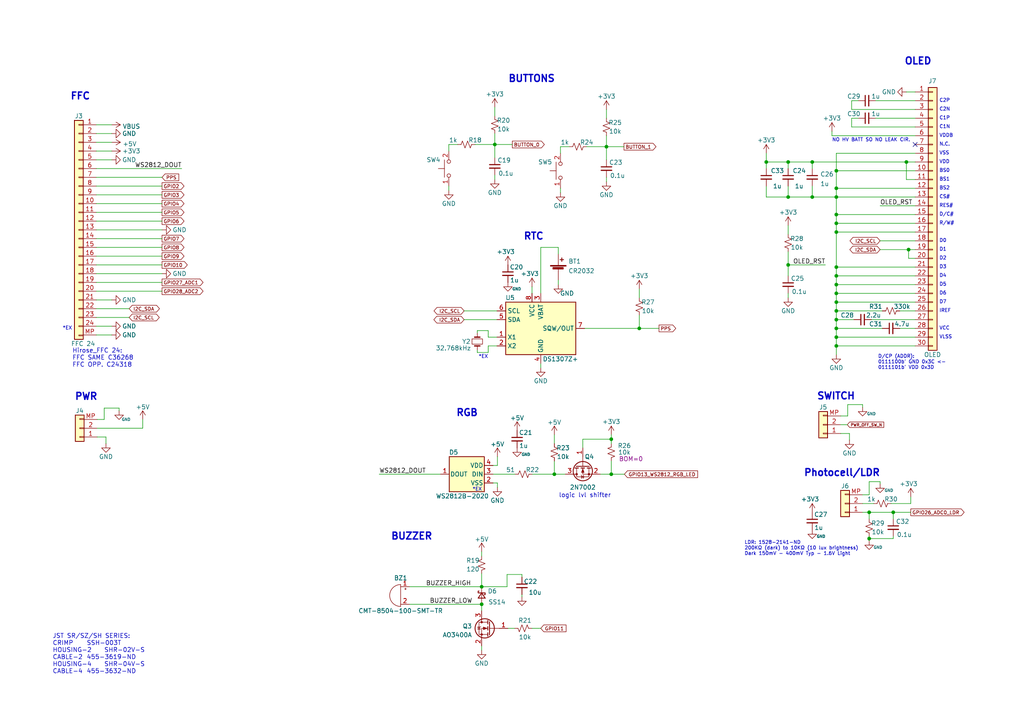
<source format=kicad_sch>
(kicad_sch (version 20230121) (generator eeschema)
  (paper "A4")
  (title_block (title "CONNS & PERIPHERALS"))
  (lib_symbols
    (symbol "Conn_01x02_1" (pin_names (offset 1.016) hide)
      (property "Reference" "J4" (at 0 5.08 0))
      (property "Value" "5V" (at 0 -3.175 0))
      (symbol "Conn_01x02_1_1_1"
        (pin passive line (at -5.08 0 0) (length 3.81) (name "Pin_1") (number "1"))
        (pin passive line (at -5.08 -2.54 0) (length 3.81) (name "Pin_2") (number "2"))
        (pin passive line (at -5.08 -5.08 0) (length 3.81) (name "Mounting_Point") (number "MP"))
      )
    )
    (symbol "Connector_Generic:Conn_01x24" (pin_names (offset 1.016) hide)
      (property "Reference" "J3" (at 0 30.48 0))
      (property "Value" "FFC 24" (at -1.27 -35.56 0))
      (symbol "Conn_01x24_1_1"
        (pin passive line (at -5.08 27.94 0) (length 3.81) (name "Pin_1") (number "1"))
        (pin passive line (at -5.08 5.08 0) (length 3.81) (name "Pin_10") (number "10"))
        (pin passive line (at -5.08 2.54 0) (length 3.81) (name "Pin_11") (number "11"))
        (pin passive line (at -5.08 0 0) (length 3.81) (name "Pin_12") (number "12"))
        (pin passive line (at -5.08 -2.54 0) (length 3.81) (name "Pin_13") (number "13"))
        (pin passive line (at -5.08 -5.08 0) (length 3.81) (name "Pin_14") (number "14"))
        (pin passive line (at -5.08 -7.62 0) (length 3.81) (name "Pin_15") (number "15"))
        (pin passive line (at -5.08 -10.16 0) (length 3.81) (name "Pin_16") (number "16"))
        (pin passive line (at -5.08 -12.7 0) (length 3.81) (name "Pin_17") (number "17"))
        (pin passive line (at -5.08 -15.24 0) (length 3.81) (name "Pin_18") (number "18"))
        (pin passive line (at -5.08 -17.78 0) (length 3.81) (name "Pin_19") (number "19"))
        (pin passive line (at -5.08 25.4 0) (length 3.81) (name "Pin_2") (number "2"))
        (pin passive line (at -5.08 -20.32 0) (length 3.81) (name "Pin_20") (number "20"))
        (pin passive line (at -5.08 -22.86 0) (length 3.81) (name "Pin_21") (number "21"))
        (pin passive line (at -5.08 -25.4 0) (length 3.81) (name "Pin_22") (number "22"))
        (pin passive line (at -5.08 -27.94 0) (length 3.81) (name "Pin_23") (number "23"))
        (pin passive line (at -5.08 -30.48 0) (length 3.81) (name "Pin_24") (number "24"))
        (pin passive line (at -5.08 22.86 0) (length 3.81) (name "Pin_3") (number "3"))
        (pin passive line (at -5.08 20.32 0) (length 3.81) (name "Pin_4") (number "4"))
        (pin passive line (at -5.08 17.78 0) (length 3.81) (name "Pin_5") (number "5"))
        (pin passive line (at -5.08 15.24 0) (length 3.81) (name "Pin_6") (number "6"))
        (pin passive line (at -5.08 12.7 0) (length 3.81) (name "Pin_7") (number "7"))
        (pin passive line (at -5.08 10.16 0) (length 3.81) (name "Pin_8") (number "8"))
        (pin passive line (at -5.08 7.62 0) (length 3.81) (name "Pin_9") (number "9"))
        (pin passive line (at -5.08 -33.02 0) (length 3.81) (name "MountingPoint") (number "MP"))
      )
    )
    (symbol "Connector_Generic:Conn_01x30" (pin_names (offset 1.016) hide)
      (property "Reference" "J" (at 0 38.1 0))
      (property "Value" "Conn_01x30" (at 0 -40.64 0))
      (symbol "Conn_01x30_1_1"
        (pin passive line (at -5.08 35.56 0) (length 3.81) (name "Pin_1") (number "1"))
        (pin passive line (at -5.08 12.7 0) (length 3.81) (name "Pin_10") (number "10"))
        (pin passive line (at -5.08 10.16 0) (length 3.81) (name "Pin_11") (number "11"))
        (pin passive line (at -5.08 7.62 0) (length 3.81) (name "Pin_12") (number "12"))
        (pin passive line (at -5.08 5.08 0) (length 3.81) (name "Pin_13") (number "13"))
        (pin passive line (at -5.08 2.54 0) (length 3.81) (name "Pin_14") (number "14"))
        (pin passive line (at -5.08 0 0) (length 3.81) (name "Pin_15") (number "15"))
        (pin passive line (at -5.08 -2.54 0) (length 3.81) (name "Pin_16") (number "16"))
        (pin passive line (at -5.08 -5.08 0) (length 3.81) (name "Pin_17") (number "17"))
        (pin passive line (at -5.08 -7.62 0) (length 3.81) (name "Pin_18") (number "18"))
        (pin passive line (at -5.08 -10.16 0) (length 3.81) (name "Pin_19") (number "19"))
        (pin passive line (at -5.08 33.02 0) (length 3.81) (name "Pin_2") (number "2"))
        (pin passive line (at -5.08 -12.7 0) (length 3.81) (name "Pin_20") (number "20"))
        (pin passive line (at -5.08 -15.24 0) (length 3.81) (name "Pin_21") (number "21"))
        (pin passive line (at -5.08 -17.78 0) (length 3.81) (name "Pin_22") (number "22"))
        (pin passive line (at -5.08 -20.32 0) (length 3.81) (name "Pin_23") (number "23"))
        (pin passive line (at -5.08 -22.86 0) (length 3.81) (name "Pin_24") (number "24"))
        (pin passive line (at -5.08 -25.4 0) (length 3.81) (name "Pin_25") (number "25"))
        (pin passive line (at -5.08 -27.94 0) (length 3.81) (name "Pin_26") (number "26"))
        (pin passive line (at -5.08 -30.48 0) (length 3.81) (name "Pin_27") (number "27"))
        (pin passive line (at -5.08 -33.02 0) (length 3.81) (name "Pin_28") (number "28"))
        (pin passive line (at -5.08 -35.56 0) (length 3.81) (name "Pin_29") (number "29"))
        (pin passive line (at -5.08 30.48 0) (length 3.81) (name "Pin_3") (number "3"))
        (pin passive line (at -5.08 -38.1 0) (length 3.81) (name "Pin_30") (number "30"))
        (pin passive line (at -5.08 27.94 0) (length 3.81) (name "Pin_4") (number "4"))
        (pin passive line (at -5.08 25.4 0) (length 3.81) (name "Pin_5") (number "5"))
        (pin passive line (at -5.08 22.86 0) (length 3.81) (name "Pin_6") (number "6"))
        (pin passive line (at -5.08 20.32 0) (length 3.81) (name "Pin_7") (number "7"))
        (pin passive line (at -5.08 17.78 0) (length 3.81) (name "Pin_8") (number "8"))
        (pin passive line (at -5.08 15.24 0) (length 3.81) (name "Pin_9") (number "9"))
      )
    )
    (symbol "Device:Battery_Cell" (pin_numbers hide) (pin_names (offset 0) hide)
      (property "Reference" "BT" (at 2.54 2.54 0))
      (property "Value" "Battery_Cell" (at 2.54 0 0))
      (symbol "Battery_Cell_1_1"
        (pin passive line (at 0 5.08 270) (length 2.54) (name "+") (number "1"))
        (pin passive line (at 0 -2.54 90) (length 2.54) (name "-") (number "2"))
      )
    )
    (symbol "Device:C_Small" (pin_numbers hide) (pin_names (offset 0.254) hide)
      (property "Reference" "C" (at 0.254 1.778 0))
      (property "Value" "C_Small" (at 0.254 -2.032 0))
      (symbol "C_Small_1_1"
        (pin passive line (at 0 2.54 270) (length 2.032) (name "~") (number "1"))
        (pin passive line (at 0 -2.54 90) (length 2.032) (name "~") (number "2"))
      )
    )
    (symbol "Device:Crystal_Small" (pin_numbers hide) (pin_names (offset 1.016) hide)
      (property "Reference" "Y" (at 0 2.54 0))
      (property "Value" "Crystal_Small" (at 0 -2.54 0))
      (symbol "Crystal_Small_1_1"
        (pin passive line (at -2.54 0 0) (length 1.27) (name "1") (number "1"))
        (pin passive line (at 2.54 0 180) (length 1.27) (name "2") (number "2"))
      )
    )
    (symbol "Device:D_Schottky_Small" (pin_numbers hide) (pin_names (offset 0.254) hide)
      (property "Reference" "D" (at -1.27 2.032 0))
      (property "Value" "D_Schottky_Small" (at -7.112 -2.032 0))
      (symbol "D_Schottky_Small_1_1"
        (pin passive line (at -2.54 0 0) (length 1.778) (name "K") (number "1"))
        (pin passive line (at 2.54 0 180) (length 1.778) (name "A") (number "2"))
      )
    )
    (symbol "Device:R_Small_US" (pin_numbers hide) (pin_names (offset 0.254) hide)
      (property "Reference" "R" (at 0.762 0.508 0))
      (property "Value" "R_Small_US" (at 0.762 -1.016 0))
      (symbol "R_Small_US_1_1"
        (pin passive line (at 0 2.54 270) (length 1.016) (name "~") (number "1"))
        (pin passive line (at 0 -2.54 90) (length 1.016) (name "~") (number "2"))
      )
    )
    (symbol "LED_Extra:WS2812B-2020" (pin_names (offset 0.254))
      (property "Reference" "D" (at 5.08 5.715 0))
      (property "Value" "WS2812B-2020" (at 1.27 -5.715 0))
      (symbol "WS2812B-2020_1_1"
        (pin output line (at 7.62 0 180) (length 2.54) (name "DOUT") (number "1"))
        (pin power_in line (at -7.62 -2.54 0) (length 2.54) (name "VSS") (number "2"))
        (pin input line (at -7.62 0 0) (length 2.54) (name "DIN") (number "3"))
        (pin power_in line (at -7.62 2.54 0) (length 2.54) (name "VDD") (number "4"))
      )
    )
    (symbol "Switch:SW_Push" (pin_names (offset 1.016) hide)
      (property "Reference" "SW" (at 1.27 2.54 0))
      (property "Value" "SW_Push" (at 0 -1.524 0))
      (symbol "SW_Push_0_1"
        (pin passive line (at -5.08 0 0) (length 2.54) (name "1") (number "1"))
        (pin passive line (at 5.08 0 180) (length 2.54) (name "2") (number "2"))
      )
    )
    (symbol "Timer_RTC:DS1307Z+"
      (property "Reference" "U" (at -8.89 8.89 0))
      (property "Value" "DS1307Z+" (at 1.27 8.89 0))
      (symbol "DS1307Z+_1_1"
        (pin input line (at -12.7 -2.54 0) (length 2.54) (name "X1") (number "1"))
        (pin input line (at -12.7 -5.08 0) (length 2.54) (name "X2") (number "2"))
        (pin power_in line (at 0 10.16 270) (length 2.54) (name "VBAT") (number "3"))
        (pin power_in line (at 0 -10.16 90) (length 2.54) (name "GND") (number "4"))
        (pin bidirectional line (at -12.7 2.54 0) (length 2.54) (name "SDA") (number "5"))
        (pin input line (at -12.7 5.08 0) (length 2.54) (name "SCL") (number "6"))
        (pin open_collector line (at 12.7 0 180) (length 2.54) (name "SQW/OUT") (number "7"))
        (pin power_in line (at -2.54 10.16 270) (length 2.54) (name "VCC") (number "8"))
      )
    )
    (symbol "Transistor_FET:2N7002" (pin_names hide)
      (property "Reference" "Q" (at 5.08 1.905 0))
      (property "Value" "2N7002" (at 5.08 0 0))
      (symbol "2N7002_1_1"
        (pin input line (at -5.08 0 0) (length 2.54) (name "G") (number "1"))
        (pin passive line (at 2.54 -5.08 90) (length 2.54) (name "S") (number "2"))
        (pin passive line (at 2.54 5.08 270) (length 2.54) (name "D") (number "3"))
      )
    )
    (symbol "Transistor_FET:AO3400A" (pin_names hide)
      (property "Reference" "Q" (at 5.08 1.905 0))
      (property "Value" "AO3400A" (at 5.08 0 0))
      (symbol "AO3400A_1_1"
        (pin input line (at -5.08 0 0) (length 2.54) (name "G") (number "1"))
        (pin passive line (at 2.54 -5.08 90) (length 2.54) (name "S") (number "2"))
        (pin passive line (at 2.54 5.08 270) (length 2.54) (name "D") (number "3"))
      )
    )
    (symbol "power:+3V3" (power) (pin_names (offset 0))
      (property "Value" "+3V3" (at 0 3.556 0))
      (symbol "+3V3_1_1"
        (pin power_in line (at 0 0 90) (length 0) hide (name "+3V3") (number "1"))
      )
    )
    (symbol "power:+5V" (power) (pin_names (offset 0))
      (property "Value" "+5V" (at 0 3.556 0))
      (symbol "+5V_1_1"
        (pin power_in line (at 0 0 90) (length 0) hide (name "+5V") (number "1"))
      )
    )
    (symbol "power:GND" (power) (pin_names (offset 0))
      (property "Value" "GND" (at 0 -3.81 0))
      (symbol "GND_1_1"
        (pin power_in line (at 0 0 270) (length 0) hide (name "GND") (number "1"))
      )
    )
    (symbol "power:VBUS" (power) (pin_names (offset 0))
      (property "Value" "VBUS" (at 0 3.81 0))
      (symbol "VBUS_1_1"
        (pin power_in line (at 0 0 90) (length 0) hide (name "VBUS") (number "1"))
      )
    )
    (symbol "stride_symbols:Buzzer_CMT-8504-100-SMT-TR" (pin_names (offset 0.0254) hide)
      (property "Reference" "BZ1" (at 0 5.08 0))
      (property "Value" "CMT-8504-100-SMT-TR" (at 0 -4.445 0))
      (symbol "Buzzer_CMT-8504-100-SMT-TR_1_1"
        (pin passive line (at -2.54 2.54 0) (length 2.54) (name "-") (number "1"))
        (pin passive line (at -2.54 -2.54 0) (length 2.54) (name "+") (number "2"))
        (pin passive line (at -2.54 -2.54 0) (length 2.54) hide (name "DUMMY1") (number "3"))
        (pin passive line (at -2.54 -2.54 0) (length 2.54) hide (name "DUMMY2") (number "4"))
      )
    )
  )
  (junction (at 242.57 97.79))
  (junction (at 139.7 170.18))
  (junction (at 242.57 92.71))
  (junction (at 242.57 85.09))
  (junction (at 228.6 57.15))
  (junction (at 259.08 148.59))
  (junction (at 177.292 127.381))
  (junction (at 242.57 90.17))
  (junction (at 242.57 67.31))
  (junction (at 228.6 46.99))
  (junction (at 262.89 46.99))
  (junction (at 160.782 137.541))
  (junction (at 242.57 57.15))
  (junction (at 235.585 46.99))
  (junction (at 242.57 95.25))
  (junction (at 242.57 87.63))
  (junction (at 242.57 54.61))
  (junction (at 242.57 77.47))
  (junction (at 222.25 46.99))
  (junction (at 252.095 148.59))
  (junction (at 242.57 82.55))
  (junction (at 185.42 95.25))
  (junction (at 242.57 49.53))
  (junction (at 242.57 62.23))
  (junction (at 242.57 80.01))
  (junction (at 263.525 72.39))
  (junction (at 242.57 100.33))
  (junction (at 252.095 156.21))
  (junction (at 228.6 76.835))
  (junction (at 242.57 64.77))
  (junction (at 139.7 175.26))
  (junction (at 143.51 41.91))
  (junction (at 175.895 42.545))
  (junction (at 177.292 137.541))
  (junction (at 235.585 57.15))
  (no_connect (at 265.43 41.91))
  (wire (pts (xy 228.6 57.15) (xy 235.585 57.15)))
  (wire (pts (xy 139.7 170.18) (xy 118.745 170.18)))
  (wire (pts (xy 222.25 46.99) (xy 228.6 46.99)))
  (wire (pts (xy 127.762 137.541) (xy 109.982 137.541)))
  (wire (pts (xy 262.89 26.67) (xy 265.43 26.67)))
  (wire (pts (xy 242.57 64.77) (xy 265.43 64.77)))
  (wire (pts (xy 27.94 76.835) (xy 46.99 76.835)))
  (wire (pts (xy 137.795 41.91) (xy 143.51 41.91)))
  (wire (pts (xy 27.94 79.375) (xy 46.99 79.375)))
  (wire (pts (xy 242.57 100.33) (xy 265.43 100.33)))
  (wire (pts (xy 27.94 84.455) (xy 46.99 84.455)))
  (wire (pts (xy 160.782 133.731) (xy 160.782 137.541)))
  (wire (pts (xy 175.895 39.37) (xy 175.895 42.545)))
  (wire (pts (xy 255.27 69.85) (xy 265.43 69.85)))
  (wire (pts (xy 242.57 87.63) (xy 265.43 87.63)))
  (wire (pts (xy 156.845 85.09) (xy 156.845 71.755)))
  (wire (pts (xy 242.57 54.61) (xy 242.57 57.15)))
  (wire (pts (xy 139.7 166.37) (xy 139.7 170.18)))
  (wire (pts (xy 228.6 46.99) (xy 228.6 48.895)))
  (wire (pts (xy 252.73 92.71) (xy 265.43 92.71)))
  (wire (pts (xy 222.25 53.975) (xy 222.25 57.15)))
  (wire (pts (xy 162.56 44.45) (xy 162.56 42.545)))
  (wire (pts (xy 27.94 56.515) (xy 46.99 56.515)))
  (wire (pts (xy 262.89 46.99) (xy 265.43 46.99)))
  (wire (pts (xy 139.7 170.18) (xy 147.066 170.18)))
  (wire (pts (xy 37.465 89.535) (xy 27.94 89.535)))
  (wire (pts (xy 242.57 85.09) (xy 265.43 85.09)))
  (wire (pts (xy 32.385 86.995) (xy 27.94 86.995)))
  (wire (pts (xy 242.57 100.33) (xy 242.57 102.87)))
  (wire (pts (xy 245.872 117.348) (xy 250.19 117.348)))
  (wire (pts (xy 250.19 117.348) (xy 250.19 118.11)))
  (wire (pts (xy 30.734 126.746) (xy 30.734 128.651)))
  (wire (pts (xy 265.43 52.07) (xy 262.89 52.07)))
  (wire (pts (xy 235.585 46.99) (xy 235.585 48.895)))
  (wire (pts (xy 242.57 49.53) (xy 242.57 54.61)))
  (wire (pts (xy 28.194 124.206) (xy 41.402 124.206)))
  (wire (pts (xy 185.42 95.25) (xy 191.135 95.25)))
  (wire (pts (xy 143.002 137.541) (xy 149.352 137.541)))
  (wire (pts (xy 255.27 72.39) (xy 263.525 72.39)))
  (wire (pts (xy 242.57 77.47) (xy 265.43 77.47)))
  (wire (pts (xy 27.94 71.755) (xy 46.99 71.755)))
  (wire (pts (xy 139.7 187.325) (xy 139.7 188.595)))
  (wire (pts (xy 27.94 48.895) (xy 52.705 48.895)))
  (wire (pts (xy 144.272 132.461) (xy 144.272 135.001)))
  (wire (pts (xy 242.57 82.55) (xy 242.57 85.09)))
  (wire (pts (xy 163.957 137.541) (xy 160.782 137.541)))
  (wire (pts (xy 160.782 126.111) (xy 160.782 128.651)))
  (wire (pts (xy 247.015 31.75) (xy 247.015 29.21)))
  (wire (pts (xy 32.385 36.195) (xy 27.94 36.195)))
  (wire (pts (xy 175.895 42.545) (xy 175.895 46.355)))
  (wire (pts (xy 130.175 55.245) (xy 130.175 53.975)))
  (wire (pts (xy 37.465 92.075) (xy 27.94 92.075)))
  (wire (pts (xy 243.84 120.65) (xy 245.872 120.65)))
  (wire (pts (xy 143.51 31.115) (xy 143.51 33.655)))
  (wire (pts (xy 252.095 143.51) (xy 252.095 139.7)))
  (wire (pts (xy 242.57 90.17) (xy 242.57 92.71)))
  (wire (pts (xy 260.985 95.25) (xy 265.43 95.25)))
  (wire (pts (xy 169.545 95.25) (xy 185.42 95.25)))
  (wire (pts (xy 242.57 90.17) (xy 255.905 90.17)))
  (wire (pts (xy 138.43 95.885) (xy 141.605 95.885)))
  (wire (pts (xy 252.095 148.59) (xy 259.08 148.59)))
  (wire (pts (xy 252.095 155.575) (xy 252.095 156.21)))
  (wire (pts (xy 147.066 170.18) (xy 147.066 166.624)))
  (wire (pts (xy 235.585 46.99) (xy 228.6 46.99)))
  (wire (pts (xy 143.002 135.001) (xy 144.272 135.001)))
  (wire (pts (xy 263.525 74.93) (xy 265.43 74.93)))
  (wire (pts (xy 255.27 139.7) (xy 255.27 140.335)))
  (wire (pts (xy 139.7 161.29) (xy 139.7 160.02)))
  (wire (pts (xy 242.57 85.09) (xy 242.57 87.63)))
  (wire (pts (xy 242.57 62.23) (xy 242.57 64.77)))
  (wire (pts (xy 228.6 73.025) (xy 228.6 76.835)))
  (wire (pts (xy 250.19 148.59) (xy 252.095 148.59)))
  (wire (pts (xy 242.57 62.23) (xy 265.43 62.23)))
  (wire (pts (xy 252.095 148.59) (xy 252.095 150.495)))
  (wire (pts (xy 144.145 100.33) (xy 141.605 100.33)))
  (wire (pts (xy 242.57 64.77) (xy 242.57 67.31)))
  (wire (pts (xy 177.292 126.111) (xy 177.292 127.381)))
  (wire (pts (xy 228.6 53.975) (xy 228.6 57.15)))
  (wire (pts (xy 242.57 97.79) (xy 242.57 100.33)))
  (wire (pts (xy 30.226 118.364) (xy 34.544 118.364)))
  (wire (pts (xy 247.015 34.29) (xy 248.92 34.29)))
  (wire (pts (xy 151.384 166.624) (xy 151.384 167.386)))
  (wire (pts (xy 250.19 143.51) (xy 252.095 143.51)))
  (wire (pts (xy 259.08 148.59) (xy 259.08 150.495)))
  (wire (pts (xy 235.585 53.975) (xy 235.585 57.15)))
  (wire (pts (xy 27.94 81.915) (xy 46.99 81.915)))
  (wire (pts (xy 243.84 125.73) (xy 246.38 125.73)))
  (wire (pts (xy 149.225 182.245) (xy 147.32 182.245)))
  (wire (pts (xy 235.585 46.99) (xy 262.89 46.99)))
  (wire (pts (xy 262.89 52.07) (xy 262.89 46.99)))
  (wire (pts (xy 222.25 57.15) (xy 228.6 57.15)))
  (wire (pts (xy 27.94 66.675) (xy 46.99 66.675)))
  (wire (pts (xy 228.6 76.835) (xy 239.395 76.835)))
  (wire (pts (xy 265.43 31.75) (xy 247.015 31.75)))
  (wire (pts (xy 245.872 120.65) (xy 245.872 117.348)))
  (wire (pts (xy 242.57 95.25) (xy 255.905 95.25)))
  (wire (pts (xy 151.384 173.101) (xy 151.384 172.466)))
  (wire (pts (xy 169.037 129.921) (xy 169.037 127.381)))
  (wire (pts (xy 241.3 39.37) (xy 265.43 39.37)))
  (wire (pts (xy 222.25 44.45) (xy 222.25 46.99)))
  (wire (pts (xy 175.895 51.435) (xy 175.895 52.705)))
  (wire (pts (xy 27.94 53.975) (xy 46.99 53.975)))
  (wire (pts (xy 141.605 95.885) (xy 141.605 97.79)))
  (wire (pts (xy 160.782 137.541) (xy 154.432 137.541)))
  (wire (pts (xy 175.895 42.545) (xy 180.975 42.545)))
  (wire (pts (xy 34.544 118.364) (xy 34.544 119.126)))
  (wire (pts (xy 27.94 69.215) (xy 46.99 69.215)))
  (wire (pts (xy 27.94 51.435) (xy 46.99 51.435)))
  (wire (pts (xy 169.037 127.381) (xy 177.292 127.381)))
  (wire (pts (xy 161.925 82.55) (xy 161.925 81.28)))
  (wire (pts (xy 156.845 182.245) (xy 154.305 182.245)))
  (wire (pts (xy 118.745 175.26) (xy 139.7 175.26)))
  (wire (pts (xy 41.402 124.206) (xy 41.402 121.666)))
  (wire (pts (xy 28.194 121.666) (xy 30.226 121.666)))
  (wire (pts (xy 139.7 175.26) (xy 139.7 177.165)))
  (wire (pts (xy 252.095 156.21) (xy 252.095 156.845)))
  (wire (pts (xy 138.43 96.52) (xy 138.43 95.885)))
  (wire (pts (xy 247.015 36.83) (xy 247.015 34.29)))
  (wire (pts (xy 28.194 126.746) (xy 30.734 126.746)))
  (wire (pts (xy 134.62 92.71) (xy 144.145 92.71)))
  (wire (pts (xy 242.57 80.01) (xy 242.57 82.55)))
  (wire (pts (xy 162.56 55.88) (xy 162.56 54.61)))
  (wire (pts (xy 242.57 49.53) (xy 265.43 49.53)))
  (wire (pts (xy 264.16 144.145) (xy 264.16 146.05)))
  (wire (pts (xy 141.605 102.235) (xy 138.43 102.235)))
  (wire (pts (xy 27.94 97.155) (xy 32.385 97.155)))
  (wire (pts (xy 144.272 140.081) (xy 144.272 141.351)))
  (wire (pts (xy 143.002 140.081) (xy 144.272 140.081)))
  (wire (pts (xy 27.94 74.295) (xy 46.99 74.295)))
  (wire (pts (xy 156.845 106.68) (xy 156.845 105.41)))
  (wire (pts (xy 170.18 42.545) (xy 175.895 42.545)))
  (wire (pts (xy 242.57 77.47) (xy 242.57 80.01)))
  (wire (pts (xy 27.94 46.355) (xy 32.385 46.355)))
  (wire (pts (xy 138.43 102.235) (xy 138.43 101.6)))
  (wire (pts (xy 265.43 44.45) (xy 242.57 44.45)))
  (wire (pts (xy 259.08 148.59) (xy 264.16 148.59)))
  (wire (pts (xy 242.57 82.55) (xy 265.43 82.55)))
  (wire (pts (xy 252.095 156.21) (xy 259.08 156.21)))
  (wire (pts (xy 32.385 43.815) (xy 27.94 43.815)))
  (wire (pts (xy 255.27 59.69) (xy 265.43 59.69)))
  (wire (pts (xy 263.525 72.39) (xy 265.43 72.39)))
  (wire (pts (xy 32.385 41.275) (xy 27.94 41.275)))
  (wire (pts (xy 185.42 91.44) (xy 185.42 95.25)))
  (wire (pts (xy 254 29.21) (xy 265.43 29.21)))
  (wire (pts (xy 258.445 146.05) (xy 264.16 146.05)))
  (wire (pts (xy 177.292 137.541) (xy 174.117 137.541)))
  (wire (pts (xy 141.605 97.79) (xy 144.145 97.79)))
  (wire (pts (xy 177.292 133.731) (xy 177.292 137.541)))
  (wire (pts (xy 260.985 90.17) (xy 265.43 90.17)))
  (wire (pts (xy 245.745 123.19) (xy 243.84 123.19)))
  (wire (pts (xy 242.57 95.25) (xy 242.57 97.79)))
  (wire (pts (xy 154.305 83.185) (xy 154.305 85.09)))
  (wire (pts (xy 242.57 92.71) (xy 242.57 95.25)))
  (wire (pts (xy 228.6 76.835) (xy 228.6 80.01)))
  (wire (pts (xy 242.57 57.15) (xy 265.43 57.15)))
  (wire (pts (xy 242.57 92.71) (xy 247.65 92.71)))
  (wire (pts (xy 242.57 57.15) (xy 242.57 62.23)))
  (wire (pts (xy 27.94 61.595) (xy 46.99 61.595)))
  (wire (pts (xy 259.08 155.575) (xy 259.08 156.21)))
  (wire (pts (xy 134.62 90.17) (xy 144.145 90.17)))
  (wire (pts (xy 141.605 100.33) (xy 141.605 102.235)))
  (wire (pts (xy 250.19 146.05) (xy 253.365 146.05)))
  (wire (pts (xy 241.3 38.1) (xy 241.3 39.37)))
  (wire (pts (xy 147.066 166.624) (xy 151.384 166.624)))
  (wire (pts (xy 252.095 139.7) (xy 255.27 139.7)))
  (wire (pts (xy 246.38 125.73) (xy 246.38 127.635)))
  (wire (pts (xy 228.6 65.405) (xy 228.6 67.945)))
  (wire (pts (xy 242.57 87.63) (xy 242.57 90.17)))
  (wire (pts (xy 30.226 121.666) (xy 30.226 118.364)))
  (wire (pts (xy 162.56 42.545) (xy 165.1 42.545)))
  (wire (pts (xy 235.585 57.15) (xy 242.57 57.15)))
  (wire (pts (xy 32.385 38.735) (xy 27.94 38.735)))
  (wire (pts (xy 143.51 41.91) (xy 143.51 45.72)))
  (wire (pts (xy 143.51 50.8) (xy 143.51 52.07)))
  (wire (pts (xy 130.175 43.815) (xy 130.175 41.91)))
  (wire (pts (xy 242.57 80.01) (xy 265.43 80.01)))
  (wire (pts (xy 242.57 67.31) (xy 265.43 67.31)))
  (wire (pts (xy 130.175 41.91) (xy 132.715 41.91)))
  (wire (pts (xy 265.43 36.83) (xy 247.015 36.83)))
  (wire (pts (xy 27.94 59.055) (xy 46.99 59.055)))
  (wire (pts (xy 222.25 46.99) (xy 222.25 48.895)))
  (wire (pts (xy 185.42 83.82) (xy 185.42 86.36)))
  (wire (pts (xy 156.845 71.755) (xy 161.925 71.755)))
  (wire (pts (xy 177.292 127.381) (xy 177.292 128.651)))
  (wire (pts (xy 27.94 64.135) (xy 46.99 64.135)))
  (wire (pts (xy 242.57 54.61) (xy 265.43 54.61)))
  (wire (pts (xy 242.57 97.79) (xy 265.43 97.79)))
  (wire (pts (xy 254 34.29) (xy 265.43 34.29)))
  (wire (pts (xy 242.57 44.45) (xy 242.57 49.53)))
  (wire (pts (xy 181.102 137.541) (xy 177.292 137.541)))
  (wire (pts (xy 143.51 41.91) (xy 148.59 41.91)))
  (wire (pts (xy 143.51 38.735) (xy 143.51 41.91)))
  (wire (pts (xy 161.925 71.755) (xy 161.925 73.66)))
  (wire (pts (xy 242.57 67.31) (xy 242.57 77.47)))
  (wire (pts (xy 27.94 94.615) (xy 32.385 94.615)))
  (wire (pts (xy 175.895 31.75) (xy 175.895 34.29)))
  (wire (pts (xy 228.6 85.09) (xy 228.6 86.36)))
  (wire (pts (xy 247.015 29.21) (xy 248.92 29.21)))
  (wire (pts (xy 263.525 74.93) (xy 263.525 72.39)))
  (text "VCC" (at 272.415 95.885 0) (effects (font (size 1 1)) (justify left bottom)))
  (text "BS2" (at 272.415 55.245 0) (effects (font (size 1 1)) (justify left bottom)))
  (text "PWR" (at 21.59 116.332 0) (effects (font (size 2 2) (thickness 0.4) bold) (justify left bottom)))
  (text "OLED" (at 262.255 19.05 0) (effects (font (size 2 2) (thickness 0.4) bold) (justify left bottom)))
  (text "*EX" (at 141.605 104.14 0) (effects (font (size 1 1)) (justify right bottom)))
  (text "SWITCH" (at 236.855 116.205 0) (effects (font (size 2 2) (thickness 0.4) bold) (justify left bottom)))
  (text "BUZZER\n" (at 113.284 156.845 0) (effects (font (size 2 2) (thickness 0.4) bold) (justify left bottom)))
  (text "RES#" (at 272.415 60.325 0) (effects (font (size 1 1)) (justify left bottom)))
  (text "D6" (at 272.415 85.725 0) (effects (font (size 1 1)) (justify left bottom)))
  (text "R/W#" (at 272.415 65.405 0) (effects (font (size 1 1)) (justify left bottom)))
  (text "C1N" (at 272.415 37.465 0) (effects (font (size 1 1)) (justify left bottom)))
  (text "D2" (at 272.415 75.565 0) (effects (font (size 1 1)) (justify left bottom)))
  (text "*EX" (at 20.955 95.885 0) (effects (font (size 1 1)) (justify right bottom)))
  (text "CS#" (at 272.415 57.785 0) (effects (font (size 1 1)) (justify left bottom)))
  (text "Photocell/LDR\n" (at 233.045 138.43 0) (effects (font (size 2 2) (thickness 0.4) bold) (justify left bottom)))
  (text "NO HV BATT SO NO LEAK CIR." (at 241.3 41.275 0) (effects (font (size 1 1)) (justify left bottom)))
  (text "logic lvl shifter" (at 162.052 144.526 0) (effects (font (size 1.27 1.27)) (justify left bottom)))
  (text "D0\n" (at 272.415 70.485 0) (effects (font (size 1 1)) (justify left bottom)))
  (text "BS1" (at 272.415 52.705 0) (effects (font (size 1 1)) (justify left bottom)))
  (text "FFC" (at 20.32 29.21 0) (effects (font (size 2 2) (thickness 0.4) bold) (justify left bottom)))
  (text "IREF" (at 272.415 90.805 0) (effects (font (size 1 1)) (justify left bottom)))
  (text "D4" (at 272.415 80.645 0) (effects (font (size 1 1)) (justify left bottom)))
  (text "*EX" (at 139.827 142.621 0) (effects (font (size 1 1)) (justify right bottom)))
  (text "D/CP (ADDR):\n0111100b' GND 0x3C <-\n0111101b' VDD 0x3D" (at 254.635 107.315 0) (effects (font (size 1 1)) (justify left bottom)))
  (text "D/C#" (at 272.415 62.865 0) (effects (font (size 1 1)) (justify left bottom)))
  (text "VDDB" (at 272.415 40.005 0) (effects (font (size 1 1)) (justify left bottom)))
  (text "BS0" (at 272.415 50.165 0) (effects (font (size 1 1)) (justify left bottom)))
  (text "C2N" (at 272.415 32.385 0) (effects (font (size 1 1)) (justify left bottom)))
  (text "RTC" (at 151.765 69.85 0) (effects (font (size 2 2) (thickness 0.4) bold) (justify left bottom)))
  (text "C1P\n" (at 272.415 34.925 0) (effects (font (size 1 1)) (justify left bottom)))
  (text "BUTTONS\n" (at 147.32 24.13 0) (effects (font (size 2 2) (thickness 0.4) bold) (justify left bottom)))
  (text "D7" (at 272.415 88.265 0) (effects (font (size 1 1)) (justify left bottom)))
  (text "D5\n" (at 272.415 83.185 0) (effects (font (size 1 1)) (justify left bottom)))
  (text "LDR: 1528-2141-ND\n200KΩ (dark) to 10KΩ (10 lux brightness)\nDark 150mV - 400mV Typ - 1.6V Light" (at 215.9 161.29 0) (effects (font (size 1 1)) (justify left bottom)))
  (text "D3" (at 272.415 78.105 0) (effects (font (size 1 1)) (justify left bottom)))
  (text "Hirose_FFC 24:\nFFC SAME C36268\nFFC OPP. C24318" (at 20.955 106.68 0) (effects (font (size 1.27 1.27)) (justify left bottom)))
  (text "VLSS" (at 272.415 98.425 0) (effects (font (size 1 1)) (justify left bottom)))
  (text "VSS" (at 272.415 45.085 0) (effects (font (size 1 1)) (justify left bottom)))
  (text "C2P\n" (at 272.415 29.845 0) (effects (font (size 1 1)) (justify left bottom)))
  (text "D1" (at 272.415 73.025 0) (effects (font (size 1 1)) (justify left bottom)))
  (text "JST SR/SZ/SH SERIES:\nCRIMP	SSH-003T\nHOUSING-2 	SHR-02V-S\nCABLE-2	455-3619-ND\nHOUSING-4	SHR-04V-S\nCABLE-4	455-3632-ND" (at 15.24 195.58 0) (effects (font (size 1.27 1.27)) (justify left bottom)))
  (text "N.C." (at 272.415 42.545 0) (effects (font (size 1 1)) (justify left bottom)))
  (text "RGB" (at 132.207 121.031 0) (effects (font (size 2 2) (thickness 0.4) bold) (justify left bottom)))
  (text "VDD" (at 272.415 47.625 0) (effects (font (size 1 1)) (justify left bottom)))
  (label "WS2812_DOUT" (at 109.982 137.541 0))
  (label "BUZZER_LOW" (at 137.033 175.26 180))
  (label "BUZZER_HIGH" (at 136.652 170.18 180))
  (label "OLED_RST" (at 255.27 59.69 0))
  (label "WS2812_DOUT" (at 52.705 48.895 180))
  (label "OLED_RST" (at 239.395 76.835 180))
  (global_label "GPIO13_WS2812_RGB_LED" (shape input) (at 181.102 137.541 0) (effects (font (size 1 1))) (property "Intersheetrefs" "${INTERSHEET_REFS}" (effects hide)))
  (global_label "I2C_SDA" (shape bidirectional) (at 255.27 72.39 180) (effects (font (size 1 1))) (property "Intersheetrefs" "${INTERSHEET_REFS}" (effects hide)))
  (global_label "GPIO10" (shape output) (at 46.99 76.835 0) (effects (font (size 1 1))) (property "Intersheetrefs" "${INTERSHEET_REFS}" (effects hide)))
  (global_label "PPS" (shape input) (at 46.99 51.435 0) (effects (font (size 1 1))) (property "Intersheetrefs" "${INTERSHEET_REFS}" (effects hide)))
  (global_label "GPIO8" (shape output) (at 46.99 71.755 0) (effects (font (size 1 1))) (property "Intersheetrefs" "${INTERSHEET_REFS}" (effects hide)))
  (global_label "GPIO11" (shape input) (at 156.845 182.245 0) (effects (font (size 1 1))) (property "Intersheetrefs" "${INTERSHEET_REFS}" (effects hide)))
  (global_label "I2C_SCL" (shape bidirectional) (at 37.465 92.075 0) (effects (font (size 1 1))) (property "Intersheetrefs" "${INTERSHEET_REFS}" (effects hide)))
  (global_label "I2C_SDA" (shape bidirectional) (at 134.62 92.71 180) (effects (font (size 1 1))) (property "Intersheetrefs" "${INTERSHEET_REFS}" (effects hide)))
  (global_label "GPIO27_ADC1" (shape output) (at 46.99 81.915 0) (effects (font (size 1 1))) (property "Intersheetrefs" "${INTERSHEET_REFS}" (effects hide)))
  (global_label "BUTTON_1" (shape output) (at 180.975 42.545 0) (effects (font (size 1 1))) (property "Intersheetrefs" "${INTERSHEET_REFS}" (effects hide)))
  (global_label "GPIO7" (shape output) (at 46.99 69.215 0) (effects (font (size 1 1))) (property "Intersheetrefs" "${INTERSHEET_REFS}" (effects hide)))
  (global_label "GPIO4" (shape output) (at 46.99 59.055 0) (effects (font (size 1 1))) (property "Intersheetrefs" "${INTERSHEET_REFS}" (effects hide)))
  (global_label "PPS" (shape output) (at 191.135 95.25 0) (effects (font (size 1 1))) (property "Intersheetrefs" "${INTERSHEET_REFS}" (effects hide)))
  (global_label "I2C_SCL" (shape bidirectional) (at 255.27 69.85 180) (effects (font (size 1 1))) (property "Intersheetrefs" "${INTERSHEET_REFS}" (effects hide)))
  (global_label "GPIO28_ADC2" (shape output) (at 46.99 84.455 0) (effects (font (size 1 1))) (property "Intersheetrefs" "${INTERSHEET_REFS}" (effects hide)))
  (global_label "PWR_OFF_SW_N" (shape input) (at 245.745 123.19 0) (effects (font (size 0.8 0.8))) (property "Intersheetrefs" "${INTERSHEET_REFS}" (effects hide)))
  (global_label "GPIO6" (shape output) (at 46.99 64.135 0) (effects (font (size 1 1))) (property "Intersheetrefs" "${INTERSHEET_REFS}" (effects hide)))
  (global_label "BUTTON_0" (shape output) (at 148.59 41.91 0) (effects (font (size 1 1))) (property "Intersheetrefs" "${INTERSHEET_REFS}" (effects hide)))
  (global_label "I2C_SCL" (shape bidirectional) (at 134.62 90.17 180) (effects (font (size 1 1))) (property "Intersheetrefs" "${INTERSHEET_REFS}" (effects hide)))
  (global_label "GPIO5" (shape output) (at 46.99 61.595 0) (effects (font (size 1 1))) (property "Intersheetrefs" "${INTERSHEET_REFS}" (effects hide)))
  (global_label "GPIO9" (shape output) (at 46.99 74.295 0) (effects (font (size 1 1))) (property "Intersheetrefs" "${INTERSHEET_REFS}" (effects hide)))
  (global_label "I2C_SDA" (shape bidirectional) (at 37.465 89.535 0) (effects (font (size 1 1))) (property "Intersheetrefs" "${INTERSHEET_REFS}" (effects hide)))
  (global_label "GPIO26_ADC0_LDR" (shape output) (at 264.16 148.59 0) (effects (font (size 1 1))) (property "Intersheetrefs" "${INTERSHEET_REFS}" (effects hide)))
  (global_label "GPIO3" (shape output) (at 46.99 56.515 0) (effects (font (size 1 1))) (property "Intersheetrefs" "${INTERSHEET_REFS}" (effects hide)))
  (global_label "GPIO2" (shape output) (at 46.99 53.975 0) (effects (font (size 1 1))) (property "Intersheetrefs" "${INTERSHEET_REFS}" (effects hide)))
  (symbol (lib_id "power:+3V3") (at 32.385 43.815 270) (unit 1)
    (property "Reference" "#PWR041" (effects hide))
    (property "Value" "+3V3" (at 38.1 43.815 90))
  )
  (symbol (lib_id "power:+5V") (at 149.987 124.841 0) (unit 1)
    (property "Reference" "#PWR059" (effects hide))
    (property "Value" "+5V" (at 149.987 121.2365 0))
  )
  (symbol (lib_id "power:GND") (at 46.99 79.375 90) (mirror x) (unit 1)
    (property "Reference" "#PWR049" (effects hide))
    (property "Value" "GND" (at 52.07 79.375 90))
  )
  (symbol (lib_id "Device:R_Small_US") (at 175.895 36.83 0) (unit 1)
    (property "Reference" "R25" (at 178.435 35.56 0))
    (property "Value" "10k" (at 178.435 38.1 0))
    (property "Footprint" "Resistor_SMD:R_0402_1005Metric" (effects hide))
    (property "lcsc" "C25744" (effects hide))
  )
  (symbol (lib_id "power:VBUS") (at 32.385 36.195 270) (unit 1)
    (property "Reference" "#PWR038" (effects hide))
    (property "Value" "VBUS" (at 35.56 36.674 90) (effects (justify left)))
  )
  (symbol (lib_id "power:GND") (at 144.272 141.351 0) (mirror y) (unit 1)
    (property "Reference" "#PWR056" (effects hide))
    (property "Value" "GND" (at 144.272 145.161 0))
  )
  (symbol (lib_id "power:+3V3") (at 241.3 38.1 0) (unit 1)
    (property "Reference" "#PWR076" (effects hide))
    (property "Value" "+3V3" (at 241.3 34.29 0))
  )
  (symbol (lib_id "power:GND") (at 175.895 52.705 0) (unit 1)
    (property "Reference" "#PWR068" (effects hide))
    (property "Value" "GND" (at 175.895 56.515 0))
  )
  (symbol (lib_id "power:GND") (at 149.987 129.921 0) (mirror y) (unit 1)
    (property "Reference" "#PWR060" (effects hide))
    (property "Value" "GND" (at 152.527 131.826 0) (effects (font (size 0.8 0.8))))
  )
  (symbol (lib_id "power:GND") (at 242.57 102.87 0) (unit 1)
    (property "Reference" "#PWR077" (effects hide))
    (property "Value" "GND" (at 242.57 106.68 0))
  )
  (symbol (lib_id "power:+3V3") (at 175.895 31.75 0) (mirror y) (unit 1)
    (property "Reference" "#PWR067" (effects hide))
    (property "Value" "+3V3" (at 175.895 27.94 0))
  )
  (symbol (lib_name "Conn_01x02_1") (lib_id "Connector_Generic:Conn_01x02") (at 23.114 126.746 180) (unit 1)
    (property "Reference" "J4" (at 23.114 119.126 0))
    (property "Value" "5V" (effects hide))
    (property "Footprint" "Connector_JST:JST_SH_SM02B-SRSS-TB_1x02-1MP_P1.00mm_Horizontal" (effects hide))
    (property "desc" "SH 2pin 1mm" (effects hide))
    (property "lcsc" "C160402" (effects hide))
  )
  (symbol (lib_id "Device:C_Small") (at 175.895 48.895 0) (unit 1)
    (property "Reference" "C23" (at 176.657 47.117 0) (effects (justify left)))
    (property "Value" "0.1u" (at 176.911 50.927 0) (effects (justify left)))
    (property "Footprint" "Capacitor_SMD:C_0402_1005Metric" (effects hide))
    (property "lcsc" "C1525" (effects hide))
    (property "desc" "16V X7R" (effects hide))
  )
  (symbol (lib_id "power:GND") (at 32.385 46.355 90) (mirror x) (unit 1)
    (property "Reference" "#PWR042" (effects hide))
    (property "Value" "GND" (at 37.465 46.355 90))
  )
  (symbol (lib_id "power:GND") (at 252.095 156.845 0) (mirror y) (unit 1)
    (property "Reference" "#PWR080" (effects hide))
    (property "Value" "GND" (at 254.635 158.75 0) (effects (font (size 0.8 0.8))))
  )
  (symbol (lib_id "power:GND") (at 147.32 81.915 0) (mirror y) (unit 1)
    (property "Reference" "#PWR058" (effects hide))
    (property "Value" "GND" (at 149.86 83.82 0) (effects (font (size 0.8 0.8))))
  )
  (symbol (lib_name "Conn_01x02_1") (lib_id "Connector_Generic:Conn_01x02") (at 238.76 125.73 180) (unit 1)
    (property "Reference" "J5" (at 238.76 118.11 0))
    (property "Value" "5V" (effects hide))
    (property "Footprint" "Connector_JST:JST_SH_SM02B-SRSS-TB_1x02-1MP_P1.00mm_Horizontal" (effects hide))
    (property "desc" "SH 2pin 1mm" (effects hide))
    (property "lcsc" "C160402" (effects hide))
  )
  (symbol (lib_id "Device:R_Small_US") (at 167.64 42.545 90) (unit 1)
    (property "Reference" "R24" (at 170.18 41.275 90))
    (property "Value" "1k" (at 163.83 41.275 90))
    (property "Footprint" "Resistor_SMD:R_0402_1005Metric" (effects hide))
    (property "lcsc" "C11702" (effects hide))
  )
  (symbol (lib_id "power:GND") (at 255.27 140.335 0) (mirror y) (unit 1)
    (property "Reference" "#PWR081" (effects hide))
    (property "Value" "GND" (at 257.81 142.24 0) (effects (font (size 0.8 0.8))))
  )
  (symbol (lib_id "Device:C_Small") (at 250.19 92.71 90) (unit 1)
    (property "Reference" "C28" (at 245.745 91.44 90))
    (property "Value" "2.2u" (at 253.365 91.44 90))
    (property "Footprint" "Capacitor_SMD:C_0402_1005Metric" (effects hide))
    (property "lcsc" "C12530" (effects hide))
    (property "desc" "6.3V X5R" (effects hide))
  )
  (symbol (lib_id "Device:R_Small_US") (at 139.7 163.83 0) (mirror y) (unit 1)
    (property "Reference" "R19" (at 137.16 162.56 0))
    (property "Value" "120" (at 137.16 165.1 0))
    (property "Footprint" "Resistor_SMD:R_0402_1005Metric" (effects hide))
    (property "lcsc" "C25079" (effects hide))
  )
  (symbol (lib_id "Device:R_Small_US") (at 177.292 131.191 0) (mirror y) (unit 1)
    (property "Reference" "R26" (at 181.102 129.286 0))
    (property "Value" "10k" (at 181.102 131.191 0))
    (property "Footprint" "Resistor_SMD:R_0402_1005Metric" (effects hide))
    (property "lcsc" "C25744" (effects hide))
    (property "bom" "BOM=0" (at 183.007 133.096 0))
  )
  (symbol (lib_id "power:GND") (at 32.385 38.735 90) (mirror x) (unit 1)
    (property "Reference" "#PWR039" (effects hide))
    (property "Value" "GND" (at 37.465 38.735 90))
  )
  (symbol (lib_id "power:GND") (at 250.19 118.11 0) (mirror y) (unit 1)
    (property "Reference" "#PWR079" (effects hide))
    (property "Value" "GND" (at 252.73 120.015 0) (effects (font (size 0.8 0.8))))
  )
  (symbol (lib_id "power:+3V3") (at 235.585 148.59 0) (mirror y) (unit 1)
    (property "Reference" "#PWR074" (effects hide))
    (property "Value" "+3V3" (at 234.95 144.78 0))
  )
  (symbol (lib_id "power:+5V") (at 32.385 41.275 270) (unit 1)
    (property "Reference" "#PWR040" (effects hide))
    (property "Value" "+5V" (at 35.56 41.754 90) (effects (justify left)))
  )
  (symbol (lib_id "power:GND") (at 46.99 66.675 90) (mirror x) (unit 1)
    (property "Reference" "#PWR048" (effects hide))
    (property "Value" "GND" (at 52.07 66.675 90))
  )
  (symbol (lib_id "Device:C_Small") (at 251.46 29.21 90) (unit 1)
    (property "Reference" "C29" (at 247.65 27.94 90))
    (property "Value" "1u" (at 254 27.94 90))
    (property "Footprint" "Capacitor_SMD:C_0402_1005Metric" (effects hide))
    (property "lcsc" "C52923" (effects hide))
    (property "desc" "25V X5R" (effects hide))
  )
  (symbol (lib_id "Timer_RTC:DS1307Z+") (at 156.845 95.25 0) (unit 1)
    (property "Reference" "U5" (at 147.955 86.36 0))
    (property "Value" "DS1307Z+" (at 162.56 104.14 0))
    (property "Footprint" "Package_SO:SOIC-8_3.9x4.9mm_P1.27mm" (effects hide))
    (property "Datasheet" "https://datasheets.maximintegrated.com/en/ds/DS1307.pdf" (effects hide))
    (property "lcsc" "C8959" (effects hide))
  )
  (symbol (lib_id "Device:C_Small") (at 143.51 48.26 0) (unit 1)
    (property "Reference" "C19" (at 144.272 46.482 0) (effects (justify left)))
    (property "Value" "0.1u" (at 144.526 50.292 0) (effects (justify left)))
    (property "Footprint" "Capacitor_SMD:C_0402_1005Metric" (effects hide))
    (property "lcsc" "C1525" (effects hide))
    (property "desc" "16V X7R" (effects hide))
  )
  (symbol (lib_id "LED_Extra:WS2812B-2020") (at 135.382 137.541 0) (mirror y) (unit 1)
    (property "Reference" "D5" (at 131.572 131.191 0))
    (property "Value" "WS2812B-2020" (at 134.112 143.891 0))
    (property "Footprint" "stride_footprints:WS2812B-2020" (effects hide))
    (property "Datasheet" "https://www.tme.eu/Document/4a8239e52df5e0b5cc2eb96834c5d8b6/WS2812B-2020.pdf" (effects hide))
    (property "lcsc" "C965555" (effects hide))
  )
  (symbol (lib_id "Device:C_Small") (at 228.6 51.435 0) (unit 1)
    (property "Reference" "C24" (at 229.87 49.53 0) (effects (justify left)))
    (property "Value" "1u" (at 230.505 53.975 0) (effects (justify left)))
    (property "Footprint" "Capacitor_SMD:C_0402_1005Metric" (effects hide))
    (property "lcsc" "C52923" (effects hide))
    (property "desc" "25V X5R" (effects hide))
  )
  (symbol (lib_id "Device:C_Small") (at 147.32 79.375 0) (mirror y) (unit 1)
    (property "Reference" "C20" (at 151.765 77.47 0) (effects (justify left)))
    (property "Value" "1u" (at 150.495 81.28 0) (effects (justify left)))
    (property "Footprint" "Capacitor_SMD:C_0402_1005Metric" (effects hide))
    (property "lcsc" "C52923" (effects hide))
    (property "desc" "25V X5R" (effects hide))
  )
  (symbol (lib_id "power:GND") (at 228.6 86.36 0) (unit 1)
    (property "Reference" "#PWR073" (effects hide))
    (property "Value" "GND" (at 228.6 90.17 0))
  )
  (symbol (lib_id "power:+5V") (at 139.7 160.02 0) (mirror y) (unit 1)
    (property "Reference" "#PWR051" (effects hide))
    (property "Value" "+5V" (at 139.7 156.4155 0))
  )
  (symbol (lib_id "stride_symbols:Buzzer_CMT-8504-100-SMT-TR") (at 116.205 172.72 0) (mirror y) (unit 1)
    (property "Reference" "BZ1" (at 116.205 167.64 0))
    (property "Value" "CMT-8504-100-SMT-TR" (at 116.205 177.165 0))
    (property "Footprint" "Buzzer_Beeper:MagneticBuzzer_CUI_CMT-8504-100-SMT" (effects hide))
    (property "desc" "BUZZER MAGNETIC 5V 8.5X8.5MM SMD" (effects hide))
    (property "digi" "102-CMT-8504-100-SMT-CT-ND" (effects hide))
  )
  (symbol (lib_id "power:GND") (at 139.7 188.595 0) (unit 1)
    (property "Reference" "#PWR052" (effects hide))
    (property "Value" "GND" (at 139.7 192.405 0))
  )
  (symbol (lib_id "Device:Battery_Cell") (at 161.925 78.74 0) (unit 1)
    (property "Reference" "BT1" (at 164.846 75.7995 0) (effects (justify left)))
    (property "Value" "CR2032" (at 164.846 78.5746 0) (effects (justify left)))
    (property "Footprint" "stride_footprints:Q&J_CR2032-BS-6-1" (effects hide))
    (property "desc" "Q&J CR2032-BS-6-1" (effects hide))
    (property "lcsc" "C70377" (effects hide))
  )
  (symbol (lib_id "power:GND") (at 246.38 127.635 0) (mirror y) (unit 1)
    (property "Reference" "#PWR078" (effects hide))
    (property "Value" "GND" (at 246.38 131.445 0))
  )
  (symbol (lib_id "Device:C_Small") (at 235.585 151.13 0) (mirror y) (unit 1)
    (property "Reference" "C27" (at 240.03 149.225 0) (effects (justify left)))
    (property "Value" "1u" (at 238.76 153.035 0) (effects (justify left)))
    (property "Footprint" "Capacitor_SMD:C_0402_1005Metric" (effects hide))
    (property "lcsc" "C52923" (effects hide))
    (property "desc" "25V X5R" (effects hide))
  )
  (symbol (lib_id "Switch:SW_Push") (at 162.56 49.53 90) (unit 1)
    (property "Reference" "SW5" (at 158.115 46.99 90))
    (property "Value" "TS-1187A-B-A-B" (effects hide))
    (property "Footprint" "stride_footprints:SW_SPST_TL3342_RT" (effects hide))
    (property "desc" "ftp: Not Exact" (effects hide))
    (property "lcsc" "C318884" (effects hide))
  )
  (symbol (lib_id "Device:R_Small_US") (at 160.782 131.191 0) (unit 1)
    (property "Reference" "R23" (at 163.322 129.921 0))
    (property "Value" "10k" (at 163.322 132.461 0))
    (property "Footprint" "Resistor_SMD:R_0402_1005Metric" (effects hide))
    (property "lcsc" "C25744" (effects hide))
  )
  (symbol (lib_id "Device:C_Small") (at 259.08 153.035 0) (unit 1)
    (property "Reference" "C32" (at 259.842 151.257 0) (effects (justify left)))
    (property "Value" "0.1u" (at 260.096 155.067 0) (effects (justify left)))
    (property "Footprint" "Capacitor_SMD:C_0402_1005Metric" (effects hide))
    (property "lcsc" "C1525" (effects hide))
    (property "desc" "16V X7R" (effects hide))
  )
  (symbol (lib_id "Device:R_Small_US") (at 143.51 36.195 0) (unit 1)
    (property "Reference" "R20" (at 146.05 34.925 0))
    (property "Value" "10k" (at 146.05 37.465 0))
    (property "Footprint" "Resistor_SMD:R_0402_1005Metric" (effects hide))
    (property "lcsc" "C25744" (effects hide))
  )
  (symbol (lib_id "Device:R_Small_US") (at 185.42 88.9 0) (unit 1)
    (property "Reference" "R27" (at 187.96 87.63 0))
    (property "Value" "10k" (at 187.96 90.17 0))
    (property "Footprint" "Resistor_SMD:R_0402_1005Metric" (effects hide))
    (property "lcsc" "C25744" (effects hide))
  )
  (symbol (lib_id "Connector_Generic:Conn_01x24") (at 22.86 64.135 0) (mirror y) (unit 1)
    (property "Reference" "J3" (at 22.86 33.655 0))
    (property "Value" "FFC 24" (at 24.13 99.695 0))
    (property "Footprint" "Connector_FFC-FPC:Hirose_FH12-24S-0.5SH_1x24-1MP_P0.50mm_Horizontal" (effects hide))
    (property "desc" "Clamshell 24 Bottom Contact Surface Mount 0.5mm SMD,P=0.5mm FFC/FPC Connectors ROHS" (effects hide))
    (property "lcsc" "C202112" (effects hide))
  )
  (symbol (lib_id "power:GND") (at 156.845 106.68 0) (mirror y) (unit 1)
    (property "Reference" "#PWR063" (effects hide))
    (property "Value" "GND" (at 156.845 110.49 0))
  )
  (symbol (lib_id "power:GND") (at 262.89 26.67 270) (mirror x) (unit 1)
    (property "Reference" "#PWR082" (effects hide))
    (property "Value" "GND" (at 257.81 26.67 90))
  )
  (symbol (lib_id "Switch:SW_Push") (at 130.175 48.895 90) (unit 1)
    (property "Reference" "SW4" (at 125.73 46.355 90))
    (property "Value" "TS-1187A-B-A-B" (effects hide))
    (property "Footprint" "stride_footprints:SW_SPST_TL3342_RT" (effects hide))
    (property "desc" "ftp: Not Exact" (effects hide))
    (property "lcsc" "C318884" (effects hide))
  )
  (symbol (lib_id "power:+5V") (at 41.402 121.666 0) (unit 1)
    (property "Reference" "#PWR047" (effects hide))
    (property "Value" "+5V" (at 41.402 118.0615 0))
  )
  (symbol (lib_id "Device:R_Small_US") (at 228.6 70.485 0) (unit 1)
    (property "Reference" "R28" (at 231.14 69.215 0))
    (property "Value" "10k" (at 231.14 71.755 0))
    (property "Footprint" "Resistor_SMD:R_0402_1005Metric" (effects hide))
    (property "lcsc" "C25744" (effects hide))
  )
  (symbol (lib_id "Device:R_Small_US") (at 252.095 153.035 0) (unit 1)
    (property "Reference" "R29" (at 254.635 151.765 0))
    (property "Value" "10k" (at 254.635 154.305 0))
    (property "Footprint" "Resistor_SMD:R_0402_1005Metric" (effects hide))
    (property "lcsc" "C25744" (effects hide))
  )
  (symbol (lib_id "Device:R_Small_US") (at 151.892 137.541 90) (unit 1)
    (property "Reference" "R22" (at 154.432 136.271 90))
    (property "Value" "51" (at 148.082 136.271 90))
    (property "Footprint" "Resistor_SMD:R_0402_1005Metric" (effects hide))
    (property "lcsc" "C25125" (effects hide))
  )
  (symbol (lib_id "Device:C_Small") (at 222.25 51.435 0) (unit 1)
    (property "Reference" "C33" (at 223.52 49.53 0) (effects (justify left)))
    (property "Value" "1u" (at 224.155 53.975 0) (effects (justify left)))
    (property "Footprint" "Capacitor_SMD:C_0402_1005Metric" (effects hide))
    (property "lcsc" "C52923" (effects hide))
    (property "desc" "25V X5R" (effects hide))
  )
  (symbol (lib_id "power:GND") (at 161.925 82.55 0) (mirror y) (unit 1)
    (property "Reference" "#PWR065" (effects hide))
    (property "Value" "GND" (at 164.465 85.09 0))
  )
  (symbol (lib_id "power:GND") (at 143.51 52.07 0) (unit 1)
    (property "Reference" "#PWR054" (effects hide))
    (property "Value" "GND" (at 143.51 55.88 0))
  )
  (symbol (lib_id "power:GND") (at 32.385 86.995 90) (mirror x) (unit 1)
    (property "Reference" "#PWR043" (effects hide))
    (property "Value" "GND" (at 37.465 86.995 90))
  )
  (symbol (lib_id "power:GND") (at 151.384 173.101 0) (unit 1)
    (property "Reference" "#PWR061" (effects hide))
    (property "Value" "GND" (effects hide))
  )
  (symbol (lib_id "Device:R_Small_US") (at 258.445 90.17 90) (unit 1)
    (property "Reference" "R31" (at 254 88.9 90))
    (property "Value" "330k" (at 261.62 88.9 90))
    (property "Footprint" "Resistor_SMD:R_0402_1005Metric" (effects hide))
    (property "lcsc" "C25778" (effects hide))
  )
  (symbol (lib_id "Device:R_Small_US") (at 255.905 146.05 90) (unit 1)
    (property "Reference" "R30" (at 258.445 144.78 90))
    (property "Value" "1k" (at 252.73 144.78 90))
    (property "Footprint" "Resistor_SMD:R_0402_1005Metric" (effects hide))
    (property "lcsc" "C11702" (effects hide))
  )
  (symbol (lib_id "Connector_Generic:Conn_01x30") (at 270.51 62.23 0) (unit 1)
    (property "Reference" "J7" (at 269.24 23.495 0) (effects (justify left)))
    (property "Value" "OLED" (at 267.97 102.87 0) (effects (justify left)))
    (property "Footprint" "stride_footprints:OLED-128O064D_edit_reverse_v2" (effects hide))
    (property "lcsc" "C2890596" (effects hide))
    (property "desc" "Shenzhen Allvision Tech N096-2864KSWEG01-H30" (effects hide))
  )
  (symbol (lib_id "power:+3V3") (at 264.16 144.145 0) (mirror y) (unit 1)
    (property "Reference" "#PWR083" (effects hide))
    (property "Value" "+3V3" (at 263.525 140.335 0))
  )
  (symbol (lib_id "power:GND") (at 34.544 119.126 0) (mirror y) (unit 1)
    (property "Reference" "#PWR046" (effects hide))
    (property "Value" "GND" (at 36.576 121.666 0) (effects (font (size 0.8 0.8))))
  )
  (symbol (lib_id "power:+3V3") (at 143.51 31.115 0) (mirror y) (unit 1)
    (property "Reference" "#PWR053" (effects hide))
    (property "Value" "+3V3" (at 143.51 27.305 0))
  )
  (symbol (lib_id "power:+3V3") (at 228.6 65.405 0) (mirror y) (unit 1)
    (property "Reference" "#PWR072" (effects hide))
    (property "Value" "+3V3" (at 228.6 61.595 0))
  )
  (symbol (lib_id "power:GND") (at 235.585 153.67 0) (mirror y) (unit 1)
    (property "Reference" "#PWR075" (effects hide))
    (property "Value" "GND" (at 238.125 155.575 0) (effects (font (size 0.8 0.8))))
  )
  (symbol (lib_id "Device:C_Small") (at 151.384 169.926 0) (mirror y) (unit 1)
    (property "Reference" "C22" (at 155.829 168.656 0) (effects (justify left)))
    (property "Value" "10u" (at 157.099 171.831 0) (effects (justify left)))
    (property "Footprint" "Capacitor_SMD:C_0402_1005Metric" (effects hide))
    (property "lcsc" "C15525" (effects hide))
    (property "desc" "6.3V X5R" (effects hide))
  )
  (symbol (lib_id "power:GND") (at 30.734 128.651 0) (mirror y) (unit 1)
    (property "Reference" "#PWR037" (effects hide))
    (property "Value" "GND" (at 30.734 132.461 0))
  )
  (symbol (lib_id "power:+3V3") (at 147.32 76.835 0) (mirror y) (unit 1)
    (property "Reference" "#PWR057" (effects hide))
    (property "Value" "+3V3" (at 146.685 73.025 0))
  )
  (symbol (lib_id "power:+3V3") (at 185.42 83.82 0) (mirror y) (unit 1)
    (property "Reference" "#PWR070" (effects hide))
    (property "Value" "+3V3" (at 185.42 80.01 0))
  )
  (symbol (lib_id "power:+3V3") (at 154.305 83.185 0) (mirror y) (unit 1)
    (property "Reference" "#PWR062" (effects hide))
    (property "Value" "+3V3" (at 153.67 79.375 0))
  )
  (symbol (lib_id "power:+5V") (at 160.782 126.111 0) (unit 1)
    (property "Reference" "#PWR064" (effects hide))
    (property "Value" "+5V" (at 160.782 122.5065 0))
  )
  (symbol (lib_id "Transistor_FET:AO3400A") (at 142.24 182.245 0) (mirror y) (unit 1)
    (property "Reference" "Q3" (at 136.906 181.61 0) (effects (justify left)))
    (property "Value" "AO3400A" (at 136.906 184.15 0) (effects (justify left)))
    (property "Footprint" "Package_TO_SOT_SMD:SOT-23" (effects hide))
    (property "Datasheet" "http://www.aosmd.com/pdfs/datasheet/AO3400A.pdf" (effects hide))
    (property "lcsc" "C20917" (effects hide))
  )
  (symbol (lib_id "power:+3V3") (at 177.292 126.111 0) (mirror y) (unit 1)
    (property "Reference" "#PWR069" (effects hide))
    (property "Value" "+3V3" (at 177.292 122.301 0))
  )
  (symbol (lib_id "power:GND") (at 130.175 55.245 0) (unit 1)
    (property "Reference" "#PWR050" (effects hide))
    (property "Value" "GND" (at 130.175 59.055 0))
  )
  (symbol (lib_id "Device:C_Small") (at 251.46 34.29 90) (unit 1)
    (property "Reference" "C30" (at 247.65 33.02 90))
    (property "Value" "1u" (at 254 33.02 90))
    (property "Footprint" "Capacitor_SMD:C_0402_1005Metric" (effects hide))
    (property "lcsc" "C52923" (effects hide))
    (property "desc" "25V X5R" (effects hide))
  )
  (symbol (lib_id "power:GND") (at 32.385 97.155 90) (mirror x) (unit 1)
    (property "Reference" "#PWR045" (effects hide))
    (property "Value" "GND" (at 37.465 97.155 90))
  )
  (symbol (lib_id "Device:Crystal_Small") (at 138.43 99.06 90) (unit 1)
    (property "Reference" "Y2" (at 133.985 99.06 90) (effects (justify right)))
    (property "Value" "32.768kHz" (at 126.365 100.965 90) (effects (justify right)))
    (property "Footprint" "Crystal:Crystal_SMD_3215-2Pin_3.2x1.5mm" (effects hide))
    (property "lcsc" "C95361" (effects hide))
    (property "desc" "32.768kHz 6pF 70kΩ ±20ppm" (effects hide))
  )
  (symbol (lib_id "Device:D_Schottky_Small") (at 139.7 172.72 90) (mirror x) (unit 1)
    (property "Reference" "D6" (at 144.145 171.45 90) (effects (justify left)))
    (property "Value" "SS14" (at 146.685 174.625 90) (effects (justify left)))
    (property "Footprint" "Diode_SMD:D_SMA" (effects hide))
    (property "lcsc" "C2480" (effects hide))
  )
  (symbol (lib_id "Transistor_FET:2N7002") (at 169.037 135.001 90) (mirror x) (unit 1)
    (property "Reference" "Q4" (at 170.942 132.461 90))
    (property "Value" "2N7002" (at 169.037 141.351 90))
    (property "Footprint" "Package_TO_SOT_SMD:SOT-23" (effects hide))
    (property "Datasheet" "https://www.onsemi.com/pub/Collateral/NDS7002A-D.PDF" (effects hide))
    (property "lcsc" "C8545" (effects hide))
  )
  (symbol (lib_id "Device:C_Small") (at 149.987 127.381 0) (mirror y) (unit 1)
    (property "Reference" "C21" (at 154.432 125.476 0) (effects (justify left)))
    (property "Value" "1u" (at 153.162 129.286 0) (effects (justify left)))
    (property "Footprint" "Capacitor_SMD:C_0402_1005Metric" (effects hide))
    (property "lcsc" "C52923" (effects hide))
    (property "desc" "25V X5R" (effects hide))
  )
  (symbol (lib_id "power:GND") (at 162.56 55.88 0) (unit 1)
    (property "Reference" "#PWR066" (effects hide))
    (property "Value" "GND" (at 162.56 59.69 0))
  )
  (symbol (lib_id "power:+3V3") (at 222.25 44.45 0) (unit 1)
    (property "Reference" "#PWR071" (effects hide))
    (property "Value" "+3V3" (at 222.25 40.64 0))
  )
  (symbol (lib_id "Device:R_Small_US") (at 135.255 41.91 90) (unit 1)
    (property "Reference" "R18" (at 137.795 40.64 90))
    (property "Value" "1k" (at 131.445 40.64 90))
    (property "Footprint" "Resistor_SMD:R_0402_1005Metric" (effects hide))
    (property "lcsc" "C11702" (effects hide))
  )
  (symbol (lib_id "Device:C_Small") (at 258.445 95.25 90) (unit 1)
    (property "Reference" "C31" (at 254 93.98 90))
    (property "Value" "4.7u" (at 261.62 93.98 90))
    (property "Footprint" "Capacitor_SMD:C_0402_1005Metric" (effects hide))
    (property "lcsc" "C23733" (effects hide))
    (property "desc" "10V X5R" (effects hide))
  )
  (symbol (lib_name "Conn_01x02_1") (lib_id "Connector_Generic:Conn_01x02") (at 245.11 148.59 180) (unit 1)
    (property "Reference" "J6" (at 245.11 140.97 0))
    (property "Value" "5V" (effects hide))
    (property "Footprint" "Connector_JST:JST_SH_SM02B-SRSS-TB_1x02-1MP_P1.00mm_Horizontal" (effects hide))
    (property "desc" "SH 2pin 1mm" (effects hide))
    (property "lcsc" "C160402" (effects hide))
  )
  (symbol (lib_id "Device:C_Small") (at 235.585 51.435 0) (unit 1)
    (property "Reference" "C26" (at 237.9091 50.5328 0) (effects (justify left)))
    (property "Value" "1u" (at 237.9091 53.3079 0) (effects (justify left)))
    (property "Footprint" "Capacitor_SMD:C_0402_1005Metric" (effects hide))
    (property "lcsc" "C52923" (effects hide))
    (property "desc" "25V X5R" (effects hide))
  )
  (symbol (lib_id "power:GND") (at 32.385 94.615 90) (mirror x) (unit 1)
    (property "Reference" "#PWR044" (effects hide))
    (property "Value" "GND" (at 37.465 94.615 90))
  )
  (symbol (lib_id "power:+5V") (at 144.272 132.461 0) (unit 1)
    (property "Reference" "#PWR055" (effects hide))
    (property "Value" "+5V" (at 144.272 128.8565 0))
  )
  (symbol (lib_id "Device:C_Small") (at 228.6 82.55 0) (unit 1)
    (property "Reference" "C25" (at 229.362 80.772 0) (effects (justify left)))
    (property "Value" "0.1u" (at 229.616 84.582 0) (effects (justify left)))
    (property "Footprint" "Capacitor_SMD:C_0402_1005Metric" (effects hide))
    (property "lcsc" "C1525" (effects hide))
    (property "desc" "16V X7R" (effects hide))
  )
  (symbol (lib_id "Device:R_Small_US") (at 151.765 182.245 270) (mirror x) (unit 1)
    (property "Reference" "R21" (at 152.273 179.959 90))
    (property "Value" "10k" (at 152.273 184.785 90))
    (property "Footprint" "Resistor_SMD:R_0402_1005Metric" (effects hide))
    (property "lcsc" "C25744" (effects hide))
  )
)
</source>
